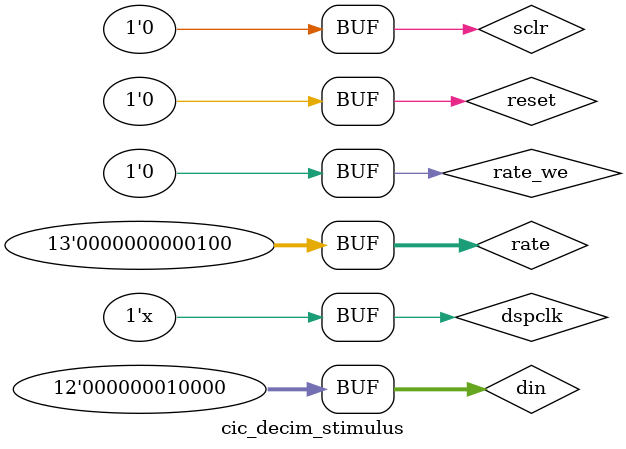
<source format=v>
`timescale 1ns / 1ps


module cic_decim_stimulus;

parameter DSPCLK_PERIOD =   1000.0/128.0; //128 MHz

	// Inputs
	reg sclr;
	wire nd;
	reg reset;
	reg dspclk;
	reg rate_we;
	reg [11:0] din;
	reg [12:0] rate;

	// Outputs
	wire rfd;
	wire rdy;
	wire [15:0] dout;

	//create 32 MHz strobed
	reg [1:0] strobe_nd;
		always @(posedge dspclk)
	begin
		if(reset) strobe_nd <= 4'h0;
		else 		 strobe_nd <= strobe_nd + 4'h1;
	end
	assign nd = strobe_nd == 0;


	// Instantiate the Unit Under Test (UUT)
	cic_decim uut (
		.sclr(sclr | reset), 
		.rfd(rfd), 
		.rdy(rdy), 
		.nd(nd), 
		.clk(dspclk), 
		.rate_we(rate_we), 
		.dout(dout), 
		.din(din), 
		.rate(rate)
	);

	initial begin
		// Initialize Inputs
		sclr = 0;
		dspclk = 1;
		rate_we = 0;
		din = 12'h010;
		rate = 12'h4;

		// Wait 100 ns for global reset to finish
		#100	reset = 1;
		#(DSPCLK_PERIOD*4)reset = 0;
		#(DSPCLK_PERIOD)  rate_we = 1;
		#(DSPCLK_PERIOD)  rate_we = 0;
		
		#(DSPCLK_PERIOD*120)  sclr = 1;
      #(DSPCLK_PERIOD)      sclr = 0;  
      #(DSPCLK_PERIOD*64)   rate_we = 1;  
      #(DSPCLK_PERIOD)      rate_we = 0;  
		// Add stimulus here
      #(DSPCLK_PERIOD*75)   rate_we = 1;  
      #(DSPCLK_PERIOD)      rate_we = 0;  
	end
	
//////////////////////////////////////////////////////////////////////
// Clocks
//////////////////////////////////////////////////////////////////////			
always @(dspclk)
    #(DSPCLK_PERIOD / 2.0) dspclk<= !dspclk;

	
endmodule


</source>
